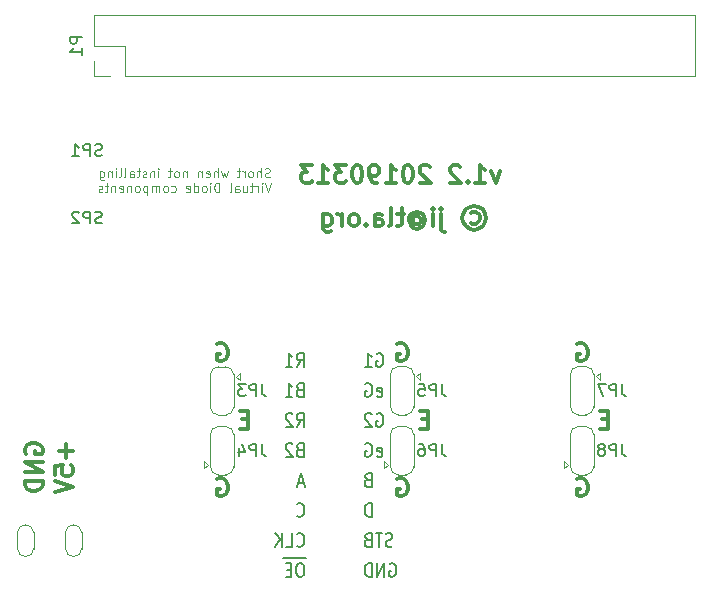
<source format=gbr>
G04 #@! TF.GenerationSoftware,KiCad,Pcbnew,5.0.2-bee76a0~70~ubuntu18.04.1*
G04 #@! TF.CreationDate,2019-03-16T21:16:43-04:00*
G04 #@! TF.ProjectId,rpi-rgb-led-matrix-hat,7270692d-7267-4622-9d6c-65642d6d6174,1.2*
G04 #@! TF.SameCoordinates,Original*
G04 #@! TF.FileFunction,Legend,Bot*
G04 #@! TF.FilePolarity,Positive*
%FSLAX46Y46*%
G04 Gerber Fmt 4.6, Leading zero omitted, Abs format (unit mm)*
G04 Created by KiCad (PCBNEW 5.0.2-bee76a0~70~ubuntu18.04.1) date Sat 16 Mar 2019 21:16:43 EDT*
%MOMM*%
%LPD*%
G01*
G04 APERTURE LIST*
%ADD10C,0.100000*%
%ADD11C,0.300000*%
%ADD12C,0.150000*%
%ADD13C,0.120000*%
%ADD14C,0.050000*%
G04 APERTURE END LIST*
D10*
X13570857Y-9846928D02*
X13462000Y-9883214D01*
X13280571Y-9883214D01*
X13208000Y-9846928D01*
X13171714Y-9810642D01*
X13135428Y-9738071D01*
X13135428Y-9665500D01*
X13171714Y-9592928D01*
X13208000Y-9556642D01*
X13280571Y-9520357D01*
X13425714Y-9484071D01*
X13498285Y-9447785D01*
X13534571Y-9411500D01*
X13570857Y-9338928D01*
X13570857Y-9266357D01*
X13534571Y-9193785D01*
X13498285Y-9157500D01*
X13425714Y-9121214D01*
X13244285Y-9121214D01*
X13135428Y-9157500D01*
X12808857Y-9883214D02*
X12808857Y-9121214D01*
X12482285Y-9883214D02*
X12482285Y-9484071D01*
X12518571Y-9411500D01*
X12591142Y-9375214D01*
X12700000Y-9375214D01*
X12772571Y-9411500D01*
X12808857Y-9447785D01*
X12010571Y-9883214D02*
X12083142Y-9846928D01*
X12119428Y-9810642D01*
X12155714Y-9738071D01*
X12155714Y-9520357D01*
X12119428Y-9447785D01*
X12083142Y-9411500D01*
X12010571Y-9375214D01*
X11901714Y-9375214D01*
X11829142Y-9411500D01*
X11792857Y-9447785D01*
X11756571Y-9520357D01*
X11756571Y-9738071D01*
X11792857Y-9810642D01*
X11829142Y-9846928D01*
X11901714Y-9883214D01*
X12010571Y-9883214D01*
X11430000Y-9883214D02*
X11430000Y-9375214D01*
X11430000Y-9520357D02*
X11393714Y-9447785D01*
X11357428Y-9411500D01*
X11284857Y-9375214D01*
X11212285Y-9375214D01*
X11067142Y-9375214D02*
X10776857Y-9375214D01*
X10958285Y-9121214D02*
X10958285Y-9774357D01*
X10922000Y-9846928D01*
X10849428Y-9883214D01*
X10776857Y-9883214D01*
X10014857Y-9375214D02*
X9869714Y-9883214D01*
X9724571Y-9520357D01*
X9579428Y-9883214D01*
X9434285Y-9375214D01*
X9144000Y-9883214D02*
X9144000Y-9121214D01*
X8817428Y-9883214D02*
X8817428Y-9484071D01*
X8853714Y-9411500D01*
X8926285Y-9375214D01*
X9035142Y-9375214D01*
X9107714Y-9411500D01*
X9144000Y-9447785D01*
X8164285Y-9846928D02*
X8236857Y-9883214D01*
X8382000Y-9883214D01*
X8454571Y-9846928D01*
X8490857Y-9774357D01*
X8490857Y-9484071D01*
X8454571Y-9411500D01*
X8382000Y-9375214D01*
X8236857Y-9375214D01*
X8164285Y-9411500D01*
X8128000Y-9484071D01*
X8128000Y-9556642D01*
X8490857Y-9629214D01*
X7801428Y-9375214D02*
X7801428Y-9883214D01*
X7801428Y-9447785D02*
X7765142Y-9411500D01*
X7692571Y-9375214D01*
X7583714Y-9375214D01*
X7511142Y-9411500D01*
X7474857Y-9484071D01*
X7474857Y-9883214D01*
X6531428Y-9375214D02*
X6531428Y-9883214D01*
X6531428Y-9447785D02*
X6495142Y-9411500D01*
X6422571Y-9375214D01*
X6313714Y-9375214D01*
X6241142Y-9411500D01*
X6204857Y-9484071D01*
X6204857Y-9883214D01*
X5733142Y-9883214D02*
X5805714Y-9846928D01*
X5842000Y-9810642D01*
X5878285Y-9738071D01*
X5878285Y-9520357D01*
X5842000Y-9447785D01*
X5805714Y-9411500D01*
X5733142Y-9375214D01*
X5624285Y-9375214D01*
X5551714Y-9411500D01*
X5515428Y-9447785D01*
X5479142Y-9520357D01*
X5479142Y-9738071D01*
X5515428Y-9810642D01*
X5551714Y-9846928D01*
X5624285Y-9883214D01*
X5733142Y-9883214D01*
X5261428Y-9375214D02*
X4971142Y-9375214D01*
X5152571Y-9121214D02*
X5152571Y-9774357D01*
X5116285Y-9846928D01*
X5043714Y-9883214D01*
X4971142Y-9883214D01*
X4136571Y-9883214D02*
X4136571Y-9375214D01*
X4136571Y-9121214D02*
X4172857Y-9157500D01*
X4136571Y-9193785D01*
X4100285Y-9157500D01*
X4136571Y-9121214D01*
X4136571Y-9193785D01*
X3773714Y-9375214D02*
X3773714Y-9883214D01*
X3773714Y-9447785D02*
X3737428Y-9411500D01*
X3664857Y-9375214D01*
X3556000Y-9375214D01*
X3483428Y-9411500D01*
X3447142Y-9484071D01*
X3447142Y-9883214D01*
X3120571Y-9846928D02*
X3048000Y-9883214D01*
X2902857Y-9883214D01*
X2830285Y-9846928D01*
X2794000Y-9774357D01*
X2794000Y-9738071D01*
X2830285Y-9665500D01*
X2902857Y-9629214D01*
X3011714Y-9629214D01*
X3084285Y-9592928D01*
X3120571Y-9520357D01*
X3120571Y-9484071D01*
X3084285Y-9411500D01*
X3011714Y-9375214D01*
X2902857Y-9375214D01*
X2830285Y-9411500D01*
X2576285Y-9375214D02*
X2286000Y-9375214D01*
X2467428Y-9121214D02*
X2467428Y-9774357D01*
X2431142Y-9846928D01*
X2358571Y-9883214D01*
X2286000Y-9883214D01*
X1705428Y-9883214D02*
X1705428Y-9484071D01*
X1741714Y-9411500D01*
X1814285Y-9375214D01*
X1959428Y-9375214D01*
X2032000Y-9411500D01*
X1705428Y-9846928D02*
X1778000Y-9883214D01*
X1959428Y-9883214D01*
X2032000Y-9846928D01*
X2068285Y-9774357D01*
X2068285Y-9701785D01*
X2032000Y-9629214D01*
X1959428Y-9592928D01*
X1778000Y-9592928D01*
X1705428Y-9556642D01*
X1233714Y-9883214D02*
X1306285Y-9846928D01*
X1342571Y-9774357D01*
X1342571Y-9121214D01*
X834571Y-9883214D02*
X907142Y-9846928D01*
X943428Y-9774357D01*
X943428Y-9121214D01*
X544285Y-9883214D02*
X544285Y-9375214D01*
X544285Y-9121214D02*
X580571Y-9157500D01*
X544285Y-9193785D01*
X508000Y-9157500D01*
X544285Y-9121214D01*
X544285Y-9193785D01*
X181428Y-9375214D02*
X181428Y-9883214D01*
X181428Y-9447785D02*
X145142Y-9411500D01*
X72571Y-9375214D01*
X-36285Y-9375214D01*
X-108857Y-9411500D01*
X-145142Y-9484071D01*
X-145142Y-9883214D01*
X-834571Y-9375214D02*
X-834571Y-9992071D01*
X-798285Y-10064642D01*
X-761999Y-10100928D01*
X-689428Y-10137214D01*
X-580571Y-10137214D01*
X-507999Y-10100928D01*
X-834571Y-9846928D02*
X-761999Y-9883214D01*
X-616857Y-9883214D01*
X-544285Y-9846928D01*
X-507999Y-9810642D01*
X-471714Y-9738071D01*
X-471714Y-9520357D01*
X-507999Y-9447785D01*
X-544285Y-9411500D01*
X-616857Y-9375214D01*
X-761999Y-9375214D01*
X-834571Y-9411500D01*
X13697857Y-10364214D02*
X13443857Y-11126214D01*
X13189857Y-10364214D01*
X12935857Y-11126214D02*
X12935857Y-10618214D01*
X12935857Y-10364214D02*
X12972142Y-10400500D01*
X12935857Y-10436785D01*
X12899571Y-10400500D01*
X12935857Y-10364214D01*
X12935857Y-10436785D01*
X12573000Y-11126214D02*
X12573000Y-10618214D01*
X12573000Y-10763357D02*
X12536714Y-10690785D01*
X12500428Y-10654500D01*
X12427857Y-10618214D01*
X12355285Y-10618214D01*
X12210142Y-10618214D02*
X11919857Y-10618214D01*
X12101285Y-10364214D02*
X12101285Y-11017357D01*
X12065000Y-11089928D01*
X11992428Y-11126214D01*
X11919857Y-11126214D01*
X11339285Y-10618214D02*
X11339285Y-11126214D01*
X11665857Y-10618214D02*
X11665857Y-11017357D01*
X11629571Y-11089928D01*
X11557000Y-11126214D01*
X11448142Y-11126214D01*
X11375571Y-11089928D01*
X11339285Y-11053642D01*
X10649857Y-11126214D02*
X10649857Y-10727071D01*
X10686142Y-10654500D01*
X10758714Y-10618214D01*
X10903857Y-10618214D01*
X10976428Y-10654500D01*
X10649857Y-11089928D02*
X10722428Y-11126214D01*
X10903857Y-11126214D01*
X10976428Y-11089928D01*
X11012714Y-11017357D01*
X11012714Y-10944785D01*
X10976428Y-10872214D01*
X10903857Y-10835928D01*
X10722428Y-10835928D01*
X10649857Y-10799642D01*
X10178142Y-11126214D02*
X10250714Y-11089928D01*
X10287000Y-11017357D01*
X10287000Y-10364214D01*
X9307285Y-11126214D02*
X9307285Y-10364214D01*
X9125857Y-10364214D01*
X9017000Y-10400500D01*
X8944428Y-10473071D01*
X8908142Y-10545642D01*
X8871857Y-10690785D01*
X8871857Y-10799642D01*
X8908142Y-10944785D01*
X8944428Y-11017357D01*
X9017000Y-11089928D01*
X9125857Y-11126214D01*
X9307285Y-11126214D01*
X8545285Y-11126214D02*
X8545285Y-10618214D01*
X8545285Y-10364214D02*
X8581571Y-10400500D01*
X8545285Y-10436785D01*
X8509000Y-10400500D01*
X8545285Y-10364214D01*
X8545285Y-10436785D01*
X8073571Y-11126214D02*
X8146142Y-11089928D01*
X8182428Y-11053642D01*
X8218714Y-10981071D01*
X8218714Y-10763357D01*
X8182428Y-10690785D01*
X8146142Y-10654500D01*
X8073571Y-10618214D01*
X7964714Y-10618214D01*
X7892142Y-10654500D01*
X7855857Y-10690785D01*
X7819571Y-10763357D01*
X7819571Y-10981071D01*
X7855857Y-11053642D01*
X7892142Y-11089928D01*
X7964714Y-11126214D01*
X8073571Y-11126214D01*
X7166428Y-11126214D02*
X7166428Y-10364214D01*
X7166428Y-11089928D02*
X7239000Y-11126214D01*
X7384142Y-11126214D01*
X7456714Y-11089928D01*
X7493000Y-11053642D01*
X7529285Y-10981071D01*
X7529285Y-10763357D01*
X7493000Y-10690785D01*
X7456714Y-10654500D01*
X7384142Y-10618214D01*
X7239000Y-10618214D01*
X7166428Y-10654500D01*
X6513285Y-11089928D02*
X6585857Y-11126214D01*
X6731000Y-11126214D01*
X6803571Y-11089928D01*
X6839857Y-11017357D01*
X6839857Y-10727071D01*
X6803571Y-10654500D01*
X6731000Y-10618214D01*
X6585857Y-10618214D01*
X6513285Y-10654500D01*
X6477000Y-10727071D01*
X6477000Y-10799642D01*
X6839857Y-10872214D01*
X5243285Y-11089928D02*
X5315857Y-11126214D01*
X5461000Y-11126214D01*
X5533571Y-11089928D01*
X5569857Y-11053642D01*
X5606142Y-10981071D01*
X5606142Y-10763357D01*
X5569857Y-10690785D01*
X5533571Y-10654500D01*
X5461000Y-10618214D01*
X5315857Y-10618214D01*
X5243285Y-10654500D01*
X4807857Y-11126214D02*
X4880428Y-11089928D01*
X4916714Y-11053642D01*
X4953000Y-10981071D01*
X4953000Y-10763357D01*
X4916714Y-10690785D01*
X4880428Y-10654500D01*
X4807857Y-10618214D01*
X4699000Y-10618214D01*
X4626428Y-10654500D01*
X4590142Y-10690785D01*
X4553857Y-10763357D01*
X4553857Y-10981071D01*
X4590142Y-11053642D01*
X4626428Y-11089928D01*
X4699000Y-11126214D01*
X4807857Y-11126214D01*
X4227285Y-11126214D02*
X4227285Y-10618214D01*
X4227285Y-10690785D02*
X4191000Y-10654500D01*
X4118428Y-10618214D01*
X4009571Y-10618214D01*
X3937000Y-10654500D01*
X3900714Y-10727071D01*
X3900714Y-11126214D01*
X3900714Y-10727071D02*
X3864428Y-10654500D01*
X3791857Y-10618214D01*
X3683000Y-10618214D01*
X3610428Y-10654500D01*
X3574142Y-10727071D01*
X3574142Y-11126214D01*
X3211285Y-10618214D02*
X3211285Y-11380214D01*
X3211285Y-10654500D02*
X3138714Y-10618214D01*
X2993571Y-10618214D01*
X2921000Y-10654500D01*
X2884714Y-10690785D01*
X2848428Y-10763357D01*
X2848428Y-10981071D01*
X2884714Y-11053642D01*
X2921000Y-11089928D01*
X2993571Y-11126214D01*
X3138714Y-11126214D01*
X3211285Y-11089928D01*
X2413000Y-11126214D02*
X2485571Y-11089928D01*
X2521857Y-11053642D01*
X2558142Y-10981071D01*
X2558142Y-10763357D01*
X2521857Y-10690785D01*
X2485571Y-10654500D01*
X2413000Y-10618214D01*
X2304142Y-10618214D01*
X2231571Y-10654500D01*
X2195285Y-10690785D01*
X2159000Y-10763357D01*
X2159000Y-10981071D01*
X2195285Y-11053642D01*
X2231571Y-11089928D01*
X2304142Y-11126214D01*
X2413000Y-11126214D01*
X1832428Y-10618214D02*
X1832428Y-11126214D01*
X1832428Y-10690785D02*
X1796142Y-10654500D01*
X1723571Y-10618214D01*
X1614714Y-10618214D01*
X1542142Y-10654500D01*
X1505857Y-10727071D01*
X1505857Y-11126214D01*
X852714Y-11089928D02*
X925285Y-11126214D01*
X1070428Y-11126214D01*
X1143000Y-11089928D01*
X1179285Y-11017357D01*
X1179285Y-10727071D01*
X1143000Y-10654500D01*
X1070428Y-10618214D01*
X925285Y-10618214D01*
X852714Y-10654500D01*
X816428Y-10727071D01*
X816428Y-10799642D01*
X1179285Y-10872214D01*
X489857Y-10618214D02*
X489857Y-11126214D01*
X489857Y-10690785D02*
X453571Y-10654500D01*
X381000Y-10618214D01*
X272142Y-10618214D01*
X199571Y-10654500D01*
X163285Y-10727071D01*
X163285Y-11126214D01*
X-90714Y-10618214D02*
X-380999Y-10618214D01*
X-199571Y-10364214D02*
X-199571Y-11017357D01*
X-235857Y-11089928D01*
X-308428Y-11126214D01*
X-380999Y-11126214D01*
X-598714Y-11089928D02*
X-671285Y-11126214D01*
X-816428Y-11126214D01*
X-888999Y-11089928D01*
X-925285Y-11017357D01*
X-925285Y-10981071D01*
X-888999Y-10908500D01*
X-816428Y-10872214D01*
X-707571Y-10872214D01*
X-634999Y-10835928D01*
X-598714Y-10763357D01*
X-598714Y-10727071D01*
X-634999Y-10654500D01*
X-707571Y-10618214D01*
X-816428Y-10618214D01*
X-888999Y-10654500D01*
D11*
X30582857Y-12875714D02*
X30725714Y-12804285D01*
X31011428Y-12804285D01*
X31154285Y-12875714D01*
X31297142Y-13018571D01*
X31368571Y-13161428D01*
X31368571Y-13447142D01*
X31297142Y-13590000D01*
X31154285Y-13732857D01*
X31011428Y-13804285D01*
X30725714Y-13804285D01*
X30582857Y-13732857D01*
X30868571Y-12304285D02*
X31225714Y-12375714D01*
X31582857Y-12590000D01*
X31797142Y-12947142D01*
X31868571Y-13304285D01*
X31797142Y-13661428D01*
X31582857Y-14018571D01*
X31225714Y-14232857D01*
X30868571Y-14304285D01*
X30511428Y-14232857D01*
X30154285Y-14018571D01*
X29940000Y-13661428D01*
X29868571Y-13304285D01*
X29940000Y-12947142D01*
X30154285Y-12590000D01*
X30511428Y-12375714D01*
X30868571Y-12304285D01*
X28082857Y-13018571D02*
X28082857Y-14304285D01*
X28154285Y-14447142D01*
X28297142Y-14518571D01*
X28368571Y-14518571D01*
X28082857Y-12518571D02*
X28154285Y-12590000D01*
X28082857Y-12661428D01*
X28011428Y-12590000D01*
X28082857Y-12518571D01*
X28082857Y-12661428D01*
X27368571Y-14018571D02*
X27368571Y-13018571D01*
X27368571Y-12518571D02*
X27440000Y-12590000D01*
X27368571Y-12661428D01*
X27297142Y-12590000D01*
X27368571Y-12518571D01*
X27368571Y-12661428D01*
X25725714Y-13304285D02*
X25797142Y-13232857D01*
X25940000Y-13161428D01*
X26082857Y-13161428D01*
X26225714Y-13232857D01*
X26297142Y-13304285D01*
X26368571Y-13447142D01*
X26368571Y-13590000D01*
X26297142Y-13732857D01*
X26225714Y-13804285D01*
X26082857Y-13875714D01*
X25940000Y-13875714D01*
X25797142Y-13804285D01*
X25725714Y-13732857D01*
X25725714Y-13161428D02*
X25725714Y-13732857D01*
X25654285Y-13804285D01*
X25582857Y-13804285D01*
X25440000Y-13732857D01*
X25368571Y-13590000D01*
X25368571Y-13232857D01*
X25511428Y-13018571D01*
X25725714Y-12875714D01*
X26011428Y-12804285D01*
X26297142Y-12875714D01*
X26511428Y-13018571D01*
X26654285Y-13232857D01*
X26725714Y-13518571D01*
X26654285Y-13804285D01*
X26511428Y-14018571D01*
X26297142Y-14161428D01*
X26011428Y-14232857D01*
X25725714Y-14161428D01*
X25511428Y-14018571D01*
X24940000Y-13018571D02*
X24368571Y-13018571D01*
X24725714Y-12518571D02*
X24725714Y-13804285D01*
X24654285Y-13947142D01*
X24511428Y-14018571D01*
X24368571Y-14018571D01*
X23654285Y-14018571D02*
X23797142Y-13947142D01*
X23868571Y-13804285D01*
X23868571Y-12518571D01*
X22440000Y-14018571D02*
X22440000Y-13232857D01*
X22511428Y-13090000D01*
X22654285Y-13018571D01*
X22940000Y-13018571D01*
X23082857Y-13090000D01*
X22440000Y-13947142D02*
X22582857Y-14018571D01*
X22940000Y-14018571D01*
X23082857Y-13947142D01*
X23154285Y-13804285D01*
X23154285Y-13661428D01*
X23082857Y-13518571D01*
X22940000Y-13447142D01*
X22582857Y-13447142D01*
X22440000Y-13375714D01*
X21725714Y-13875714D02*
X21654285Y-13947142D01*
X21725714Y-14018571D01*
X21797142Y-13947142D01*
X21725714Y-13875714D01*
X21725714Y-14018571D01*
X20797142Y-14018571D02*
X20940000Y-13947142D01*
X21011428Y-13875714D01*
X21082857Y-13732857D01*
X21082857Y-13304285D01*
X21011428Y-13161428D01*
X20940000Y-13090000D01*
X20797142Y-13018571D01*
X20582857Y-13018571D01*
X20440000Y-13090000D01*
X20368571Y-13161428D01*
X20297142Y-13304285D01*
X20297142Y-13732857D01*
X20368571Y-13875714D01*
X20440000Y-13947142D01*
X20582857Y-14018571D01*
X20797142Y-14018571D01*
X19654285Y-14018571D02*
X19654285Y-13018571D01*
X19654285Y-13304285D02*
X19582857Y-13161428D01*
X19511428Y-13090000D01*
X19368571Y-13018571D01*
X19225714Y-13018571D01*
X18082857Y-13018571D02*
X18082857Y-14232857D01*
X18154285Y-14375714D01*
X18225714Y-14447142D01*
X18368571Y-14518571D01*
X18582857Y-14518571D01*
X18725714Y-14447142D01*
X18082857Y-13947142D02*
X18225714Y-14018571D01*
X18511428Y-14018571D01*
X18654285Y-13947142D01*
X18725714Y-13875714D01*
X18797142Y-13732857D01*
X18797142Y-13304285D01*
X18725714Y-13161428D01*
X18654285Y-13090000D01*
X18511428Y-13018571D01*
X18225714Y-13018571D01*
X18082857Y-13090000D01*
D12*
X16666500Y-42121000D02*
X15618880Y-42121000D01*
X16237928Y-42522857D02*
X16047452Y-42522857D01*
X15952214Y-42580000D01*
X15856976Y-42694285D01*
X15809357Y-42922857D01*
X15809357Y-43322857D01*
X15856976Y-43551428D01*
X15952214Y-43665714D01*
X16047452Y-43722857D01*
X16237928Y-43722857D01*
X16333166Y-43665714D01*
X16428404Y-43551428D01*
X16476023Y-43322857D01*
X16476023Y-42922857D01*
X16428404Y-42694285D01*
X16333166Y-42580000D01*
X16237928Y-42522857D01*
X15618880Y-42121000D02*
X14714119Y-42121000D01*
X15380785Y-43094285D02*
X15047452Y-43094285D01*
X14904595Y-43722857D02*
X15380785Y-43722857D01*
X15380785Y-42522857D01*
X14904595Y-42522857D01*
X15856976Y-41068571D02*
X15904595Y-41125714D01*
X16047452Y-41182857D01*
X16142690Y-41182857D01*
X16285547Y-41125714D01*
X16380785Y-41011428D01*
X16428404Y-40897142D01*
X16476023Y-40668571D01*
X16476023Y-40497142D01*
X16428404Y-40268571D01*
X16380785Y-40154285D01*
X16285547Y-40040000D01*
X16142690Y-39982857D01*
X16047452Y-39982857D01*
X15904595Y-40040000D01*
X15856976Y-40097142D01*
X14952214Y-41182857D02*
X15428404Y-41182857D01*
X15428404Y-39982857D01*
X14618880Y-41182857D02*
X14618880Y-39982857D01*
X14047452Y-41182857D02*
X14476023Y-40497142D01*
X14047452Y-39982857D02*
X14618880Y-40668571D01*
X15856976Y-38528571D02*
X15904595Y-38585714D01*
X16047452Y-38642857D01*
X16142690Y-38642857D01*
X16285547Y-38585714D01*
X16380785Y-38471428D01*
X16428404Y-38357142D01*
X16476023Y-38128571D01*
X16476023Y-37957142D01*
X16428404Y-37728571D01*
X16380785Y-37614285D01*
X16285547Y-37500000D01*
X16142690Y-37442857D01*
X16047452Y-37442857D01*
X15904595Y-37500000D01*
X15856976Y-37557142D01*
X16476023Y-35760000D02*
X15999833Y-35760000D01*
X16571261Y-36102857D02*
X16237928Y-34902857D01*
X15904595Y-36102857D01*
X16095071Y-32934285D02*
X15952214Y-32991428D01*
X15904595Y-33048571D01*
X15856976Y-33162857D01*
X15856976Y-33334285D01*
X15904595Y-33448571D01*
X15952214Y-33505714D01*
X16047452Y-33562857D01*
X16428404Y-33562857D01*
X16428404Y-32362857D01*
X16095071Y-32362857D01*
X15999833Y-32420000D01*
X15952214Y-32477142D01*
X15904595Y-32591428D01*
X15904595Y-32705714D01*
X15952214Y-32820000D01*
X15999833Y-32877142D01*
X16095071Y-32934285D01*
X16428404Y-32934285D01*
X15476023Y-32477142D02*
X15428404Y-32420000D01*
X15333166Y-32362857D01*
X15095071Y-32362857D01*
X14999833Y-32420000D01*
X14952214Y-32477142D01*
X14904595Y-32591428D01*
X14904595Y-32705714D01*
X14952214Y-32877142D01*
X15523642Y-33562857D01*
X14904595Y-33562857D01*
X15856976Y-31022857D02*
X16190309Y-30451428D01*
X16428404Y-31022857D02*
X16428404Y-29822857D01*
X16047452Y-29822857D01*
X15952214Y-29880000D01*
X15904595Y-29937142D01*
X15856976Y-30051428D01*
X15856976Y-30222857D01*
X15904595Y-30337142D01*
X15952214Y-30394285D01*
X16047452Y-30451428D01*
X16428404Y-30451428D01*
X15476023Y-29937142D02*
X15428404Y-29880000D01*
X15333166Y-29822857D01*
X15095071Y-29822857D01*
X14999833Y-29880000D01*
X14952214Y-29937142D01*
X14904595Y-30051428D01*
X14904595Y-30165714D01*
X14952214Y-30337142D01*
X15523642Y-31022857D01*
X14904595Y-31022857D01*
X16095071Y-27854285D02*
X15952214Y-27911428D01*
X15904595Y-27968571D01*
X15856976Y-28082857D01*
X15856976Y-28254285D01*
X15904595Y-28368571D01*
X15952214Y-28425714D01*
X16047452Y-28482857D01*
X16428404Y-28482857D01*
X16428404Y-27282857D01*
X16095071Y-27282857D01*
X15999833Y-27340000D01*
X15952214Y-27397142D01*
X15904595Y-27511428D01*
X15904595Y-27625714D01*
X15952214Y-27740000D01*
X15999833Y-27797142D01*
X16095071Y-27854285D01*
X16428404Y-27854285D01*
X14904595Y-28482857D02*
X15476023Y-28482857D01*
X15190309Y-28482857D02*
X15190309Y-27282857D01*
X15285547Y-27454285D01*
X15380785Y-27568571D01*
X15476023Y-27625714D01*
X15856976Y-25942857D02*
X16190309Y-25371428D01*
X16428404Y-25942857D02*
X16428404Y-24742857D01*
X16047452Y-24742857D01*
X15952214Y-24800000D01*
X15904595Y-24857142D01*
X15856976Y-24971428D01*
X15856976Y-25142857D01*
X15904595Y-25257142D01*
X15952214Y-25314285D01*
X16047452Y-25371428D01*
X16428404Y-25371428D01*
X14904595Y-25942857D02*
X15476023Y-25942857D01*
X15190309Y-25942857D02*
X15190309Y-24742857D01*
X15285547Y-24914285D01*
X15380785Y-25028571D01*
X15476023Y-25085714D01*
X23719214Y-42580000D02*
X23814452Y-42522857D01*
X23957309Y-42522857D01*
X24100166Y-42580000D01*
X24195404Y-42694285D01*
X24243023Y-42808571D01*
X24290642Y-43037142D01*
X24290642Y-43208571D01*
X24243023Y-43437142D01*
X24195404Y-43551428D01*
X24100166Y-43665714D01*
X23957309Y-43722857D01*
X23862071Y-43722857D01*
X23719214Y-43665714D01*
X23671595Y-43608571D01*
X23671595Y-43208571D01*
X23862071Y-43208571D01*
X23243023Y-43722857D02*
X23243023Y-42522857D01*
X22671595Y-43722857D01*
X22671595Y-42522857D01*
X22195404Y-43722857D02*
X22195404Y-42522857D01*
X21957309Y-42522857D01*
X21814452Y-42580000D01*
X21719214Y-42694285D01*
X21671595Y-42808571D01*
X21623976Y-43037142D01*
X21623976Y-43208571D01*
X21671595Y-43437142D01*
X21719214Y-43551428D01*
X21814452Y-43665714D01*
X21957309Y-43722857D01*
X22195404Y-43722857D01*
X23957309Y-41125714D02*
X23814452Y-41182857D01*
X23576357Y-41182857D01*
X23481119Y-41125714D01*
X23433500Y-41068571D01*
X23385880Y-40954285D01*
X23385880Y-40840000D01*
X23433500Y-40725714D01*
X23481119Y-40668571D01*
X23576357Y-40611428D01*
X23766833Y-40554285D01*
X23862071Y-40497142D01*
X23909690Y-40440000D01*
X23957309Y-40325714D01*
X23957309Y-40211428D01*
X23909690Y-40097142D01*
X23862071Y-40040000D01*
X23766833Y-39982857D01*
X23528738Y-39982857D01*
X23385880Y-40040000D01*
X23100166Y-39982857D02*
X22528738Y-39982857D01*
X22814452Y-41182857D02*
X22814452Y-39982857D01*
X21862071Y-40554285D02*
X21719214Y-40611428D01*
X21671595Y-40668571D01*
X21623976Y-40782857D01*
X21623976Y-40954285D01*
X21671595Y-41068571D01*
X21719214Y-41125714D01*
X21814452Y-41182857D01*
X22195404Y-41182857D01*
X22195404Y-39982857D01*
X21862071Y-39982857D01*
X21766833Y-40040000D01*
X21719214Y-40097142D01*
X21671595Y-40211428D01*
X21671595Y-40325714D01*
X21719214Y-40440000D01*
X21766833Y-40497142D01*
X21862071Y-40554285D01*
X22195404Y-40554285D01*
X22195404Y-38642857D02*
X22195404Y-37442857D01*
X21957309Y-37442857D01*
X21814452Y-37500000D01*
X21719214Y-37614285D01*
X21671595Y-37728571D01*
X21623976Y-37957142D01*
X21623976Y-38128571D01*
X21671595Y-38357142D01*
X21719214Y-38471428D01*
X21814452Y-38585714D01*
X21957309Y-38642857D01*
X22195404Y-38642857D01*
X21862071Y-35474285D02*
X21719214Y-35531428D01*
X21671595Y-35588571D01*
X21623976Y-35702857D01*
X21623976Y-35874285D01*
X21671595Y-35988571D01*
X21719214Y-36045714D01*
X21814452Y-36102857D01*
X22195404Y-36102857D01*
X22195404Y-34902857D01*
X21862071Y-34902857D01*
X21766833Y-34960000D01*
X21719214Y-35017142D01*
X21671595Y-35131428D01*
X21671595Y-35245714D01*
X21719214Y-35360000D01*
X21766833Y-35417142D01*
X21862071Y-35474285D01*
X22195404Y-35474285D01*
X22671595Y-33505714D02*
X22766833Y-33562857D01*
X22957309Y-33562857D01*
X23052547Y-33505714D01*
X23100166Y-33391428D01*
X23100166Y-32934285D01*
X23052547Y-32820000D01*
X22957309Y-32762857D01*
X22766833Y-32762857D01*
X22671595Y-32820000D01*
X22623976Y-32934285D01*
X22623976Y-33048571D01*
X23100166Y-33162857D01*
X21671595Y-32420000D02*
X21766833Y-32362857D01*
X21909690Y-32362857D01*
X22052547Y-32420000D01*
X22147785Y-32534285D01*
X22195404Y-32648571D01*
X22243023Y-32877142D01*
X22243023Y-33048571D01*
X22195404Y-33277142D01*
X22147785Y-33391428D01*
X22052547Y-33505714D01*
X21909690Y-33562857D01*
X21814452Y-33562857D01*
X21671595Y-33505714D01*
X21623976Y-33448571D01*
X21623976Y-33048571D01*
X21814452Y-33048571D01*
X22623976Y-29880000D02*
X22719214Y-29822857D01*
X22862071Y-29822857D01*
X23004928Y-29880000D01*
X23100166Y-29994285D01*
X23147785Y-30108571D01*
X23195404Y-30337142D01*
X23195404Y-30508571D01*
X23147785Y-30737142D01*
X23100166Y-30851428D01*
X23004928Y-30965714D01*
X22862071Y-31022857D01*
X22766833Y-31022857D01*
X22623976Y-30965714D01*
X22576357Y-30908571D01*
X22576357Y-30508571D01*
X22766833Y-30508571D01*
X22195404Y-29937142D02*
X22147785Y-29880000D01*
X22052547Y-29822857D01*
X21814452Y-29822857D01*
X21719214Y-29880000D01*
X21671595Y-29937142D01*
X21623976Y-30051428D01*
X21623976Y-30165714D01*
X21671595Y-30337142D01*
X22243023Y-31022857D01*
X21623976Y-31022857D01*
X22671595Y-28425714D02*
X22766833Y-28482857D01*
X22957309Y-28482857D01*
X23052547Y-28425714D01*
X23100166Y-28311428D01*
X23100166Y-27854285D01*
X23052547Y-27740000D01*
X22957309Y-27682857D01*
X22766833Y-27682857D01*
X22671595Y-27740000D01*
X22623976Y-27854285D01*
X22623976Y-27968571D01*
X23100166Y-28082857D01*
X21671595Y-27340000D02*
X21766833Y-27282857D01*
X21909690Y-27282857D01*
X22052547Y-27340000D01*
X22147785Y-27454285D01*
X22195404Y-27568571D01*
X22243023Y-27797142D01*
X22243023Y-27968571D01*
X22195404Y-28197142D01*
X22147785Y-28311428D01*
X22052547Y-28425714D01*
X21909690Y-28482857D01*
X21814452Y-28482857D01*
X21671595Y-28425714D01*
X21623976Y-28368571D01*
X21623976Y-27968571D01*
X21814452Y-27968571D01*
X22623976Y-24800000D02*
X22719214Y-24742857D01*
X22862071Y-24742857D01*
X23004928Y-24800000D01*
X23100166Y-24914285D01*
X23147785Y-25028571D01*
X23195404Y-25257142D01*
X23195404Y-25428571D01*
X23147785Y-25657142D01*
X23100166Y-25771428D01*
X23004928Y-25885714D01*
X22862071Y-25942857D01*
X22766833Y-25942857D01*
X22623976Y-25885714D01*
X22576357Y-25828571D01*
X22576357Y-25428571D01*
X22766833Y-25428571D01*
X21623976Y-25942857D02*
X22195404Y-25942857D01*
X21909690Y-25942857D02*
X21909690Y-24742857D01*
X22004928Y-24914285D01*
X22100166Y-25028571D01*
X22195404Y-25085714D01*
D11*
X33038571Y-9338571D02*
X32681428Y-10338571D01*
X32324285Y-9338571D01*
X30967142Y-10338571D02*
X31824285Y-10338571D01*
X31395714Y-10338571D02*
X31395714Y-8838571D01*
X31538571Y-9052857D01*
X31681428Y-9195714D01*
X31824285Y-9267142D01*
X30324285Y-10195714D02*
X30252857Y-10267142D01*
X30324285Y-10338571D01*
X30395714Y-10267142D01*
X30324285Y-10195714D01*
X30324285Y-10338571D01*
X29681428Y-8981428D02*
X29610000Y-8910000D01*
X29467142Y-8838571D01*
X29110000Y-8838571D01*
X28967142Y-8910000D01*
X28895714Y-8981428D01*
X28824285Y-9124285D01*
X28824285Y-9267142D01*
X28895714Y-9481428D01*
X29752857Y-10338571D01*
X28824285Y-10338571D01*
X27110000Y-8981428D02*
X27038571Y-8910000D01*
X26895714Y-8838571D01*
X26538571Y-8838571D01*
X26395714Y-8910000D01*
X26324285Y-8981428D01*
X26252857Y-9124285D01*
X26252857Y-9267142D01*
X26324285Y-9481428D01*
X27181428Y-10338571D01*
X26252857Y-10338571D01*
X25324285Y-8838571D02*
X25181428Y-8838571D01*
X25038571Y-8910000D01*
X24967142Y-8981428D01*
X24895714Y-9124285D01*
X24824285Y-9410000D01*
X24824285Y-9767142D01*
X24895714Y-10052857D01*
X24967142Y-10195714D01*
X25038571Y-10267142D01*
X25181428Y-10338571D01*
X25324285Y-10338571D01*
X25467142Y-10267142D01*
X25538571Y-10195714D01*
X25610000Y-10052857D01*
X25681428Y-9767142D01*
X25681428Y-9410000D01*
X25610000Y-9124285D01*
X25538571Y-8981428D01*
X25467142Y-8910000D01*
X25324285Y-8838571D01*
X23395714Y-10338571D02*
X24252857Y-10338571D01*
X23824285Y-10338571D02*
X23824285Y-8838571D01*
X23967142Y-9052857D01*
X24110000Y-9195714D01*
X24252857Y-9267142D01*
X22681428Y-10338571D02*
X22395714Y-10338571D01*
X22252857Y-10267142D01*
X22181428Y-10195714D01*
X22038571Y-9981428D01*
X21967142Y-9695714D01*
X21967142Y-9124285D01*
X22038571Y-8981428D01*
X22110000Y-8910000D01*
X22252857Y-8838571D01*
X22538571Y-8838571D01*
X22681428Y-8910000D01*
X22752857Y-8981428D01*
X22824285Y-9124285D01*
X22824285Y-9481428D01*
X22752857Y-9624285D01*
X22681428Y-9695714D01*
X22538571Y-9767142D01*
X22252857Y-9767142D01*
X22110000Y-9695714D01*
X22038571Y-9624285D01*
X21967142Y-9481428D01*
X21038571Y-8838571D02*
X20895714Y-8838571D01*
X20752857Y-8910000D01*
X20681428Y-8981428D01*
X20610000Y-9124285D01*
X20538571Y-9410000D01*
X20538571Y-9767142D01*
X20610000Y-10052857D01*
X20681428Y-10195714D01*
X20752857Y-10267142D01*
X20895714Y-10338571D01*
X21038571Y-10338571D01*
X21181428Y-10267142D01*
X21252857Y-10195714D01*
X21324285Y-10052857D01*
X21395714Y-9767142D01*
X21395714Y-9410000D01*
X21324285Y-9124285D01*
X21252857Y-8981428D01*
X21181428Y-8910000D01*
X21038571Y-8838571D01*
X20038571Y-8838571D02*
X19110000Y-8838571D01*
X19610000Y-9410000D01*
X19395714Y-9410000D01*
X19252857Y-9481428D01*
X19181428Y-9552857D01*
X19110000Y-9695714D01*
X19110000Y-10052857D01*
X19181428Y-10195714D01*
X19252857Y-10267142D01*
X19395714Y-10338571D01*
X19824285Y-10338571D01*
X19967142Y-10267142D01*
X20038571Y-10195714D01*
X17681428Y-10338571D02*
X18538571Y-10338571D01*
X18110000Y-10338571D02*
X18110000Y-8838571D01*
X18252857Y-9052857D01*
X18395714Y-9195714D01*
X18538571Y-9267142D01*
X17181428Y-8838571D02*
X16252857Y-8838571D01*
X16752857Y-9410000D01*
X16538571Y-9410000D01*
X16395714Y-9481428D01*
X16324285Y-9552857D01*
X16252857Y-9695714D01*
X16252857Y-10052857D01*
X16324285Y-10195714D01*
X16395714Y-10267142D01*
X16538571Y-10338571D01*
X16967142Y-10338571D01*
X17110000Y-10267142D01*
X17181428Y-10195714D01*
X-7100000Y-33274142D02*
X-7171428Y-33131285D01*
X-7171428Y-32917000D01*
X-7100000Y-32702714D01*
X-6957142Y-32559857D01*
X-6814285Y-32488428D01*
X-6528571Y-32417000D01*
X-6314285Y-32417000D01*
X-6028571Y-32488428D01*
X-5885714Y-32559857D01*
X-5742857Y-32702714D01*
X-5671428Y-32917000D01*
X-5671428Y-33059857D01*
X-5742857Y-33274142D01*
X-5814285Y-33345571D01*
X-6314285Y-33345571D01*
X-6314285Y-33059857D01*
X-5671428Y-33988428D02*
X-7171428Y-33988428D01*
X-5671428Y-34845571D01*
X-7171428Y-34845571D01*
X-5671428Y-35559857D02*
X-7171428Y-35559857D01*
X-7171428Y-35917000D01*
X-7100000Y-36131285D01*
X-6957142Y-36274142D01*
X-6814285Y-36345571D01*
X-6528571Y-36417000D01*
X-6314285Y-36417000D01*
X-6028571Y-36345571D01*
X-5885714Y-36274142D01*
X-5742857Y-36131285D01*
X-5671428Y-35917000D01*
X-5671428Y-35559857D01*
X-3702857Y-32488428D02*
X-3702857Y-33631285D01*
X-3131428Y-33059857D02*
X-4274285Y-33059857D01*
X-4631428Y-35059857D02*
X-4631428Y-34345571D01*
X-3917142Y-34274142D01*
X-3988571Y-34345571D01*
X-4060000Y-34488428D01*
X-4060000Y-34845571D01*
X-3988571Y-34988428D01*
X-3917142Y-35059857D01*
X-3774285Y-35131285D01*
X-3417142Y-35131285D01*
X-3274285Y-35059857D01*
X-3202857Y-34988428D01*
X-3131428Y-34845571D01*
X-3131428Y-34488428D01*
X-3202857Y-34345571D01*
X-3274285Y-34274142D01*
X-4631428Y-35559857D02*
X-3131428Y-36059857D01*
X-4631428Y-36559857D01*
X42231428Y-30372857D02*
X41731428Y-30372857D01*
X41517142Y-31158571D02*
X42231428Y-31158571D01*
X42231428Y-29658571D01*
X41517142Y-29658571D01*
X26991428Y-30372857D02*
X26491428Y-30372857D01*
X26277142Y-31158571D02*
X26991428Y-31158571D01*
X26991428Y-29658571D01*
X26277142Y-29658571D01*
X11751428Y-30372857D02*
X11251428Y-30372857D01*
X11037142Y-31158571D02*
X11751428Y-31158571D01*
X11751428Y-29658571D01*
X11037142Y-29658571D01*
X9132142Y-35445000D02*
X9275000Y-35373571D01*
X9489285Y-35373571D01*
X9703571Y-35445000D01*
X9846428Y-35587857D01*
X9917857Y-35730714D01*
X9989285Y-36016428D01*
X9989285Y-36230714D01*
X9917857Y-36516428D01*
X9846428Y-36659285D01*
X9703571Y-36802142D01*
X9489285Y-36873571D01*
X9346428Y-36873571D01*
X9132142Y-36802142D01*
X9060714Y-36730714D01*
X9060714Y-36230714D01*
X9346428Y-36230714D01*
X24372142Y-35445000D02*
X24515000Y-35373571D01*
X24729285Y-35373571D01*
X24943571Y-35445000D01*
X25086428Y-35587857D01*
X25157857Y-35730714D01*
X25229285Y-36016428D01*
X25229285Y-36230714D01*
X25157857Y-36516428D01*
X25086428Y-36659285D01*
X24943571Y-36802142D01*
X24729285Y-36873571D01*
X24586428Y-36873571D01*
X24372142Y-36802142D01*
X24300714Y-36730714D01*
X24300714Y-36230714D01*
X24586428Y-36230714D01*
X39612142Y-35445000D02*
X39755000Y-35373571D01*
X39969285Y-35373571D01*
X40183571Y-35445000D01*
X40326428Y-35587857D01*
X40397857Y-35730714D01*
X40469285Y-36016428D01*
X40469285Y-36230714D01*
X40397857Y-36516428D01*
X40326428Y-36659285D01*
X40183571Y-36802142D01*
X39969285Y-36873571D01*
X39826428Y-36873571D01*
X39612142Y-36802142D01*
X39540714Y-36730714D01*
X39540714Y-36230714D01*
X39826428Y-36230714D01*
X39612142Y-24015000D02*
X39755000Y-23943571D01*
X39969285Y-23943571D01*
X40183571Y-24015000D01*
X40326428Y-24157857D01*
X40397857Y-24300714D01*
X40469285Y-24586428D01*
X40469285Y-24800714D01*
X40397857Y-25086428D01*
X40326428Y-25229285D01*
X40183571Y-25372142D01*
X39969285Y-25443571D01*
X39826428Y-25443571D01*
X39612142Y-25372142D01*
X39540714Y-25300714D01*
X39540714Y-24800714D01*
X39826428Y-24800714D01*
X24372142Y-24015000D02*
X24515000Y-23943571D01*
X24729285Y-23943571D01*
X24943571Y-24015000D01*
X25086428Y-24157857D01*
X25157857Y-24300714D01*
X25229285Y-24586428D01*
X25229285Y-24800714D01*
X25157857Y-25086428D01*
X25086428Y-25229285D01*
X24943571Y-25372142D01*
X24729285Y-25443571D01*
X24586428Y-25443571D01*
X24372142Y-25372142D01*
X24300714Y-25300714D01*
X24300714Y-24800714D01*
X24586428Y-24800714D01*
X9132142Y-24015000D02*
X9275000Y-23943571D01*
X9489285Y-23943571D01*
X9703571Y-24015000D01*
X9846428Y-24157857D01*
X9917857Y-24300714D01*
X9989285Y-24586428D01*
X9989285Y-24800714D01*
X9917857Y-25086428D01*
X9846428Y-25229285D01*
X9703571Y-25372142D01*
X9489285Y-25443571D01*
X9346428Y-25443571D01*
X9132142Y-25372142D01*
X9060714Y-25300714D01*
X9060714Y-24800714D01*
X9346428Y-24800714D01*
D13*
G04 #@! TO.C,P1*
X-1330000Y0D02*
X-1330000Y-1330000D01*
X-1330000Y-1330000D02*
X0Y-1330000D01*
X-1330000Y1270000D02*
X1270000Y1270000D01*
X1270000Y1270000D02*
X1270000Y-1330000D01*
X1270000Y-1330000D02*
X49590000Y-1330000D01*
X49590000Y3870000D02*
X49590000Y-1330000D01*
X-1330000Y3870000D02*
X49590000Y3870000D01*
X-1330000Y3870000D02*
X-1330000Y1270000D01*
G04 #@! TO.C,JP3*
X9225000Y-25920000D02*
G75*
G03X8525000Y-26620000I0J-700000D01*
G01*
X10525000Y-26620000D02*
G75*
G03X9825000Y-25920000I-700000J0D01*
G01*
X9825000Y-30020000D02*
G75*
G03X10525000Y-29320000I0J700000D01*
G01*
X8525000Y-29320000D02*
G75*
G03X9225000Y-30020000I700000J0D01*
G01*
X8525000Y-26570000D02*
X8525000Y-29370000D01*
X9225000Y-30020000D02*
X9825000Y-30020000D01*
X10525000Y-29370000D02*
X10525000Y-26570000D01*
X9825000Y-25920000D02*
X9225000Y-25920000D01*
X10725000Y-26770000D02*
X11025000Y-26470000D01*
X11025000Y-26470000D02*
X11025000Y-27070000D01*
X10725000Y-26770000D02*
X11025000Y-27070000D01*
G04 #@! TO.C,JP4*
X9825000Y-35070000D02*
G75*
G03X10525000Y-34370000I0J700000D01*
G01*
X8525000Y-34370000D02*
G75*
G03X9225000Y-35070000I700000J0D01*
G01*
X9225000Y-30970000D02*
G75*
G03X8525000Y-31670000I0J-700000D01*
G01*
X10525000Y-31670000D02*
G75*
G03X9825000Y-30970000I-700000J0D01*
G01*
X10525000Y-34420000D02*
X10525000Y-31620000D01*
X9825000Y-30970000D02*
X9225000Y-30970000D01*
X8525000Y-31620000D02*
X8525000Y-34420000D01*
X9225000Y-35070000D02*
X9825000Y-35070000D01*
X8325000Y-34220000D02*
X8025000Y-34520000D01*
X8025000Y-34520000D02*
X8025000Y-33920000D01*
X8325000Y-34220000D02*
X8025000Y-33920000D01*
G04 #@! TO.C,JP5*
X24465000Y-25890000D02*
G75*
G03X23765000Y-26590000I0J-700000D01*
G01*
X25765000Y-26590000D02*
G75*
G03X25065000Y-25890000I-700000J0D01*
G01*
X25065000Y-29990000D02*
G75*
G03X25765000Y-29290000I0J700000D01*
G01*
X23765000Y-29290000D02*
G75*
G03X24465000Y-29990000I700000J0D01*
G01*
X23765000Y-26540000D02*
X23765000Y-29340000D01*
X24465000Y-29990000D02*
X25065000Y-29990000D01*
X25765000Y-29340000D02*
X25765000Y-26540000D01*
X25065000Y-25890000D02*
X24465000Y-25890000D01*
X25965000Y-26740000D02*
X26265000Y-26440000D01*
X26265000Y-26440000D02*
X26265000Y-27040000D01*
X25965000Y-26740000D02*
X26265000Y-27040000D01*
G04 #@! TO.C,JP6*
X25065000Y-35070000D02*
G75*
G03X25765000Y-34370000I0J700000D01*
G01*
X23765000Y-34370000D02*
G75*
G03X24465000Y-35070000I700000J0D01*
G01*
X24465000Y-30970000D02*
G75*
G03X23765000Y-31670000I0J-700000D01*
G01*
X25765000Y-31670000D02*
G75*
G03X25065000Y-30970000I-700000J0D01*
G01*
X25765000Y-34420000D02*
X25765000Y-31620000D01*
X25065000Y-30970000D02*
X24465000Y-30970000D01*
X23765000Y-31620000D02*
X23765000Y-34420000D01*
X24465000Y-35070000D02*
X25065000Y-35070000D01*
X23565000Y-34220000D02*
X23265000Y-34520000D01*
X23265000Y-34520000D02*
X23265000Y-33920000D01*
X23565000Y-34220000D02*
X23265000Y-33920000D01*
G04 #@! TO.C,JP7*
X39705000Y-25890000D02*
G75*
G03X39005000Y-26590000I0J-700000D01*
G01*
X41005000Y-26590000D02*
G75*
G03X40305000Y-25890000I-700000J0D01*
G01*
X40305000Y-29990000D02*
G75*
G03X41005000Y-29290000I0J700000D01*
G01*
X39005000Y-29290000D02*
G75*
G03X39705000Y-29990000I700000J0D01*
G01*
X39005000Y-26540000D02*
X39005000Y-29340000D01*
X39705000Y-29990000D02*
X40305000Y-29990000D01*
X41005000Y-29340000D02*
X41005000Y-26540000D01*
X40305000Y-25890000D02*
X39705000Y-25890000D01*
X41205000Y-26740000D02*
X41505000Y-26440000D01*
X41505000Y-26440000D02*
X41505000Y-27040000D01*
X41205000Y-26740000D02*
X41505000Y-27040000D01*
G04 #@! TO.C,JP8*
X40305000Y-35070000D02*
G75*
G03X41005000Y-34370000I0J700000D01*
G01*
X39005000Y-34370000D02*
G75*
G03X39705000Y-35070000I700000J0D01*
G01*
X39705000Y-30970000D02*
G75*
G03X39005000Y-31670000I0J-700000D01*
G01*
X41005000Y-31670000D02*
G75*
G03X40305000Y-30970000I-700000J0D01*
G01*
X41005000Y-34420000D02*
X41005000Y-31620000D01*
X40305000Y-30970000D02*
X39705000Y-30970000D01*
X39005000Y-31620000D02*
X39005000Y-34420000D01*
X39705000Y-35070000D02*
X40305000Y-35070000D01*
X38805000Y-34220000D02*
X38505000Y-34520000D01*
X38505000Y-34520000D02*
X38505000Y-33920000D01*
X38805000Y-34220000D02*
X38505000Y-33920000D01*
D14*
G04 #@! TO.C,H7*
X-2349800Y-39940000D02*
X-2349800Y-41340000D01*
X-3746200Y-39940000D02*
X-3746200Y-41340000D01*
X-3746193Y-41340095D02*
G75*
G03X-2349800Y-41340000I698193J50095D01*
G01*
X-2349807Y-39939905D02*
G75*
G03X-3746200Y-39940000I-698193J-50095D01*
G01*
G04 #@! TO.C,H8*
X-6413800Y-39940000D02*
X-6413800Y-41340000D01*
X-7810200Y-39940000D02*
X-7810200Y-41340000D01*
X-7810193Y-41340095D02*
G75*
G03X-6413800Y-41340000I698193J50095D01*
G01*
X-6413807Y-39939905D02*
G75*
G03X-7810200Y-39940000I-698193J-50095D01*
G01*
G04 #@! TO.C,P1*
D12*
X-2317619Y2008095D02*
X-3317619Y2008095D01*
X-3317619Y1627142D01*
X-3270000Y1531904D01*
X-3222380Y1484285D01*
X-3127142Y1436666D01*
X-2984285Y1436666D01*
X-2889047Y1484285D01*
X-2841428Y1531904D01*
X-2793809Y1627142D01*
X-2793809Y2008095D01*
X-2317619Y484285D02*
X-2317619Y1055714D01*
X-2317619Y770000D02*
X-3317619Y770000D01*
X-3174761Y865238D01*
X-3079523Y960476D01*
X-3031904Y1055714D01*
G04 #@! TO.C,JP3*
X12898333Y-27392380D02*
X12898333Y-28106666D01*
X12945952Y-28249523D01*
X13041190Y-28344761D01*
X13184047Y-28392380D01*
X13279285Y-28392380D01*
X12422142Y-28392380D02*
X12422142Y-27392380D01*
X12041190Y-27392380D01*
X11945952Y-27440000D01*
X11898333Y-27487619D01*
X11850714Y-27582857D01*
X11850714Y-27725714D01*
X11898333Y-27820952D01*
X11945952Y-27868571D01*
X12041190Y-27916190D01*
X12422142Y-27916190D01*
X11517380Y-27392380D02*
X10898333Y-27392380D01*
X11231666Y-27773333D01*
X11088809Y-27773333D01*
X10993571Y-27820952D01*
X10945952Y-27868571D01*
X10898333Y-27963809D01*
X10898333Y-28201904D01*
X10945952Y-28297142D01*
X10993571Y-28344761D01*
X11088809Y-28392380D01*
X11374523Y-28392380D01*
X11469761Y-28344761D01*
X11517380Y-28297142D01*
G04 #@! TO.C,JP4*
X12898333Y-32472380D02*
X12898333Y-33186666D01*
X12945952Y-33329523D01*
X13041190Y-33424761D01*
X13184047Y-33472380D01*
X13279285Y-33472380D01*
X12422142Y-33472380D02*
X12422142Y-32472380D01*
X12041190Y-32472380D01*
X11945952Y-32520000D01*
X11898333Y-32567619D01*
X11850714Y-32662857D01*
X11850714Y-32805714D01*
X11898333Y-32900952D01*
X11945952Y-32948571D01*
X12041190Y-32996190D01*
X12422142Y-32996190D01*
X10993571Y-32805714D02*
X10993571Y-33472380D01*
X11231666Y-32424761D02*
X11469761Y-33139047D01*
X10850714Y-33139047D01*
G04 #@! TO.C,JP5*
X28138333Y-27392380D02*
X28138333Y-28106666D01*
X28185952Y-28249523D01*
X28281190Y-28344761D01*
X28424047Y-28392380D01*
X28519285Y-28392380D01*
X27662142Y-28392380D02*
X27662142Y-27392380D01*
X27281190Y-27392380D01*
X27185952Y-27440000D01*
X27138333Y-27487619D01*
X27090714Y-27582857D01*
X27090714Y-27725714D01*
X27138333Y-27820952D01*
X27185952Y-27868571D01*
X27281190Y-27916190D01*
X27662142Y-27916190D01*
X26185952Y-27392380D02*
X26662142Y-27392380D01*
X26709761Y-27868571D01*
X26662142Y-27820952D01*
X26566904Y-27773333D01*
X26328809Y-27773333D01*
X26233571Y-27820952D01*
X26185952Y-27868571D01*
X26138333Y-27963809D01*
X26138333Y-28201904D01*
X26185952Y-28297142D01*
X26233571Y-28344761D01*
X26328809Y-28392380D01*
X26566904Y-28392380D01*
X26662142Y-28344761D01*
X26709761Y-28297142D01*
G04 #@! TO.C,JP6*
X28138333Y-32472380D02*
X28138333Y-33186666D01*
X28185952Y-33329523D01*
X28281190Y-33424761D01*
X28424047Y-33472380D01*
X28519285Y-33472380D01*
X27662142Y-33472380D02*
X27662142Y-32472380D01*
X27281190Y-32472380D01*
X27185952Y-32520000D01*
X27138333Y-32567619D01*
X27090714Y-32662857D01*
X27090714Y-32805714D01*
X27138333Y-32900952D01*
X27185952Y-32948571D01*
X27281190Y-32996190D01*
X27662142Y-32996190D01*
X26233571Y-32472380D02*
X26424047Y-32472380D01*
X26519285Y-32520000D01*
X26566904Y-32567619D01*
X26662142Y-32710476D01*
X26709761Y-32900952D01*
X26709761Y-33281904D01*
X26662142Y-33377142D01*
X26614523Y-33424761D01*
X26519285Y-33472380D01*
X26328809Y-33472380D01*
X26233571Y-33424761D01*
X26185952Y-33377142D01*
X26138333Y-33281904D01*
X26138333Y-33043809D01*
X26185952Y-32948571D01*
X26233571Y-32900952D01*
X26328809Y-32853333D01*
X26519285Y-32853333D01*
X26614523Y-32900952D01*
X26662142Y-32948571D01*
X26709761Y-33043809D01*
G04 #@! TO.C,JP7*
X43378333Y-27392380D02*
X43378333Y-28106666D01*
X43425952Y-28249523D01*
X43521190Y-28344761D01*
X43664047Y-28392380D01*
X43759285Y-28392380D01*
X42902142Y-28392380D02*
X42902142Y-27392380D01*
X42521190Y-27392380D01*
X42425952Y-27440000D01*
X42378333Y-27487619D01*
X42330714Y-27582857D01*
X42330714Y-27725714D01*
X42378333Y-27820952D01*
X42425952Y-27868571D01*
X42521190Y-27916190D01*
X42902142Y-27916190D01*
X41997380Y-27392380D02*
X41330714Y-27392380D01*
X41759285Y-28392380D01*
G04 #@! TO.C,JP8*
X43378333Y-32472380D02*
X43378333Y-33186666D01*
X43425952Y-33329523D01*
X43521190Y-33424761D01*
X43664047Y-33472380D01*
X43759285Y-33472380D01*
X42902142Y-33472380D02*
X42902142Y-32472380D01*
X42521190Y-32472380D01*
X42425952Y-32520000D01*
X42378333Y-32567619D01*
X42330714Y-32662857D01*
X42330714Y-32805714D01*
X42378333Y-32900952D01*
X42425952Y-32948571D01*
X42521190Y-32996190D01*
X42902142Y-32996190D01*
X41759285Y-32900952D02*
X41854523Y-32853333D01*
X41902142Y-32805714D01*
X41949761Y-32710476D01*
X41949761Y-32662857D01*
X41902142Y-32567619D01*
X41854523Y-32520000D01*
X41759285Y-32472380D01*
X41568809Y-32472380D01*
X41473571Y-32520000D01*
X41425952Y-32567619D01*
X41378333Y-32662857D01*
X41378333Y-32710476D01*
X41425952Y-32805714D01*
X41473571Y-32853333D01*
X41568809Y-32900952D01*
X41759285Y-32900952D01*
X41854523Y-32948571D01*
X41902142Y-32996190D01*
X41949761Y-33091428D01*
X41949761Y-33281904D01*
X41902142Y-33377142D01*
X41854523Y-33424761D01*
X41759285Y-33472380D01*
X41568809Y-33472380D01*
X41473571Y-33424761D01*
X41425952Y-33377142D01*
X41378333Y-33281904D01*
X41378333Y-33091428D01*
X41425952Y-32996190D01*
X41473571Y-32948571D01*
X41568809Y-32900952D01*
G04 #@! TO.C,SP1*
X-643095Y-8024761D02*
X-785952Y-8072380D01*
X-1024047Y-8072380D01*
X-1119285Y-8024761D01*
X-1166904Y-7977142D01*
X-1214523Y-7881904D01*
X-1214523Y-7786666D01*
X-1166904Y-7691428D01*
X-1119285Y-7643809D01*
X-1024047Y-7596190D01*
X-833571Y-7548571D01*
X-738333Y-7500952D01*
X-690714Y-7453333D01*
X-643095Y-7358095D01*
X-643095Y-7262857D01*
X-690714Y-7167619D01*
X-738333Y-7120000D01*
X-833571Y-7072380D01*
X-1071666Y-7072380D01*
X-1214523Y-7120000D01*
X-1643095Y-8072380D02*
X-1643095Y-7072380D01*
X-2024047Y-7072380D01*
X-2119285Y-7120000D01*
X-2166904Y-7167619D01*
X-2214523Y-7262857D01*
X-2214523Y-7405714D01*
X-2166904Y-7500952D01*
X-2119285Y-7548571D01*
X-2024047Y-7596190D01*
X-1643095Y-7596190D01*
X-3166904Y-8072380D02*
X-2595476Y-8072380D01*
X-2881190Y-8072380D02*
X-2881190Y-7072380D01*
X-2785952Y-7215238D01*
X-2690714Y-7310476D01*
X-2595476Y-7358095D01*
G04 #@! TO.C,SP2*
X-643095Y-13739761D02*
X-785952Y-13787380D01*
X-1024047Y-13787380D01*
X-1119285Y-13739761D01*
X-1166904Y-13692142D01*
X-1214523Y-13596904D01*
X-1214523Y-13501666D01*
X-1166904Y-13406428D01*
X-1119285Y-13358809D01*
X-1024047Y-13311190D01*
X-833571Y-13263571D01*
X-738333Y-13215952D01*
X-690714Y-13168333D01*
X-643095Y-13073095D01*
X-643095Y-12977857D01*
X-690714Y-12882619D01*
X-738333Y-12835000D01*
X-833571Y-12787380D01*
X-1071666Y-12787380D01*
X-1214523Y-12835000D01*
X-1643095Y-13787380D02*
X-1643095Y-12787380D01*
X-2024047Y-12787380D01*
X-2119285Y-12835000D01*
X-2166904Y-12882619D01*
X-2214523Y-12977857D01*
X-2214523Y-13120714D01*
X-2166904Y-13215952D01*
X-2119285Y-13263571D01*
X-2024047Y-13311190D01*
X-1643095Y-13311190D01*
X-2595476Y-12882619D02*
X-2643095Y-12835000D01*
X-2738333Y-12787380D01*
X-2976428Y-12787380D01*
X-3071666Y-12835000D01*
X-3119285Y-12882619D01*
X-3166904Y-12977857D01*
X-3166904Y-13073095D01*
X-3119285Y-13215952D01*
X-2547857Y-13787380D01*
X-3166904Y-13787380D01*
G04 #@! TD*
M02*

</source>
